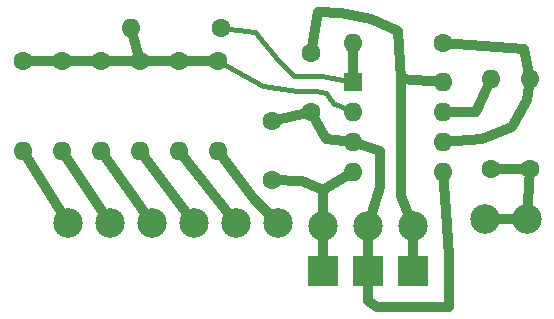
<source format=gbr>
G04 #@! TF.GenerationSoftware,KiCad,Pcbnew,(5.1.2-1)-1*
G04 #@! TF.CreationDate,2021-10-12T12:57:45-04:00*
G04 #@! TF.ProjectId,DCMixer - CGS04,44434d69-7865-4722-902d-204347533034,rev?*
G04 #@! TF.SameCoordinates,Original*
G04 #@! TF.FileFunction,Copper,L2,Bot*
G04 #@! TF.FilePolarity,Positive*
%FSLAX46Y46*%
G04 Gerber Fmt 4.6, Leading zero omitted, Abs format (unit mm)*
G04 Created by KiCad (PCBNEW (5.1.2-1)-1) date 2021-10-12 12:57:45*
%MOMM*%
%LPD*%
G04 APERTURE LIST*
%ADD10C,1.600000*%
%ADD11R,2.499360X2.499360*%
%ADD12C,2.499360*%
%ADD13O,1.600000X1.600000*%
%ADD14R,1.600000X1.600000*%
%ADD15C,0.812800*%
%ADD16C,0.406400*%
G04 APERTURE END LIST*
D10*
X43170000Y-21740000D03*
X43170000Y-26740000D03*
X39878000Y-32432000D03*
X39878000Y-27432000D03*
D11*
X51816000Y-40132000D03*
D12*
X51816000Y-36322000D03*
X48006000Y-36322000D03*
D11*
X48006000Y-40132000D03*
X44196000Y-40132000D03*
D12*
X44196000Y-36322000D03*
X36830000Y-36068000D03*
X40386000Y-36068000D03*
X33274000Y-36068000D03*
X22606000Y-36068000D03*
X26162000Y-36068000D03*
X29718000Y-36068000D03*
X57912000Y-35731001D03*
X61468000Y-35731001D03*
D10*
X32004000Y-22352000D03*
D13*
X32004000Y-29972000D03*
X35306000Y-29972000D03*
D10*
X35306000Y-22352000D03*
X28702000Y-22352000D03*
D13*
X28702000Y-29972000D03*
X18796000Y-29972000D03*
D10*
X18796000Y-22352000D03*
X22098000Y-22352000D03*
D13*
X22098000Y-29972000D03*
X25400000Y-29972000D03*
D10*
X25400000Y-22352000D03*
X35560000Y-19558000D03*
D13*
X27940000Y-19558000D03*
X46736000Y-20828000D03*
D10*
X54356000Y-20828000D03*
X61722000Y-31496000D03*
D13*
X61722000Y-23876000D03*
X58420000Y-23876000D03*
D10*
X58420000Y-31496000D03*
D14*
X46736000Y-24130000D03*
D13*
X54356000Y-31750000D03*
X46736000Y-26670000D03*
X54356000Y-29210000D03*
X46736000Y-29210000D03*
X54356000Y-26670000D03*
X46736000Y-31750000D03*
X54356000Y-24130000D03*
D15*
X51816000Y-40132000D02*
X51816000Y-36322000D01*
X50800000Y-23876000D02*
X54356000Y-24130000D01*
X50800000Y-33782000D02*
X50800000Y-23876000D01*
X51816000Y-36322000D02*
X50800000Y-33782000D01*
X50800000Y-23876000D02*
X50546000Y-19812000D01*
X50546000Y-19812000D02*
X48260000Y-18796000D01*
X48260000Y-18796000D02*
X45720000Y-18288000D01*
X45720000Y-18288000D02*
X43780000Y-18220000D01*
X43780000Y-18220000D02*
X43170000Y-21740000D01*
X48006000Y-36322000D02*
X48006000Y-40132000D01*
X44450000Y-28956000D02*
X46736000Y-29210000D01*
X48006000Y-36322000D02*
X49022000Y-33020000D01*
X49022000Y-33020000D02*
X49022000Y-29972000D01*
X49022000Y-29972000D02*
X46736000Y-29210000D01*
X54356000Y-31750000D02*
X54610000Y-35052000D01*
X54610000Y-35052000D02*
X54864000Y-38862000D01*
X54864000Y-38862000D02*
X54864000Y-43180000D01*
X54864000Y-43180000D02*
X48768000Y-43180000D01*
X48768000Y-43180000D02*
X48006000Y-42672000D01*
X48006000Y-42672000D02*
X48006000Y-40132000D01*
X44450000Y-28956000D02*
X43170000Y-26740000D01*
X39878000Y-27432000D02*
X43170000Y-26740000D01*
X44196000Y-40132000D02*
X44196000Y-36322000D01*
X44196000Y-36322000D02*
X44196000Y-33274000D01*
X44196000Y-33274000D02*
X46736000Y-31750000D01*
X44196000Y-33274000D02*
X42418000Y-32512000D01*
X42418000Y-32512000D02*
X39878000Y-32432000D01*
X32004000Y-29972000D02*
X36830000Y-36068000D01*
X35306000Y-29972000D02*
X38354000Y-34036000D01*
X40386000Y-36068000D02*
X38354000Y-34036000D01*
X28702000Y-29972000D02*
X33274000Y-36068000D01*
X18796000Y-29972000D02*
X22606000Y-36068000D01*
X22098000Y-29972000D02*
X26162000Y-36068000D01*
X25400000Y-29972000D02*
X29718000Y-36068000D01*
X57912000Y-35731001D02*
X61468000Y-35731001D01*
X61468000Y-35731001D02*
X61722000Y-31496000D01*
X61722000Y-31496000D02*
X58420000Y-31496000D01*
X18796000Y-22352000D02*
X22098000Y-22352000D01*
X22098000Y-22352000D02*
X25400000Y-22352000D01*
X25400000Y-22352000D02*
X28702000Y-22352000D01*
X27940000Y-19558000D02*
X28702000Y-22352000D01*
X28702000Y-22352000D02*
X32004000Y-22352000D01*
X32004000Y-22352000D02*
X35306000Y-22352000D01*
D16*
X46736000Y-26670000D02*
X45480000Y-26120000D01*
X45480000Y-26120000D02*
X45180000Y-26000000D01*
X45180000Y-26000000D02*
X44440000Y-25090000D01*
X44440000Y-25090000D02*
X43630000Y-24920000D01*
X43630000Y-24920000D02*
X42000000Y-24920000D01*
X42000000Y-24920000D02*
X39120000Y-24500000D01*
X39120000Y-24500000D02*
X35306000Y-22352000D01*
D15*
X46736000Y-24130000D02*
X46736000Y-20828000D01*
D16*
X46736000Y-24130000D02*
X44140000Y-23660000D01*
X44140000Y-23660000D02*
X42150000Y-23650000D01*
X42150000Y-23650000D02*
X41750000Y-23660000D01*
X41750000Y-23660000D02*
X40420000Y-22270000D01*
X40420000Y-22270000D02*
X38470000Y-19900000D01*
X38470000Y-19900000D02*
X35560000Y-19558000D01*
D15*
X61722000Y-23876000D02*
X61214000Y-21336000D01*
X61214000Y-21336000D02*
X54356000Y-20828000D01*
X54356000Y-29210000D02*
X57658000Y-28956000D01*
X57658000Y-28956000D02*
X60198000Y-27940000D01*
X60198000Y-27940000D02*
X61468000Y-25654000D01*
X61468000Y-25654000D02*
X61722000Y-23876000D01*
X54356000Y-26670000D02*
X57150000Y-26670000D01*
X57150000Y-26670000D02*
X58420000Y-23876000D01*
M02*

</source>
